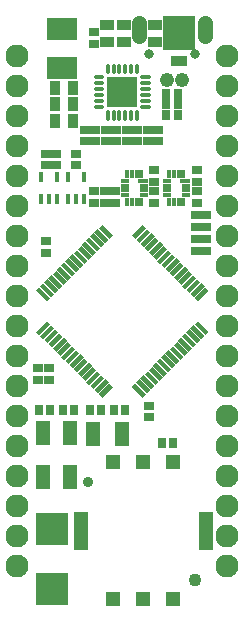
<source format=gbs>
G75*
%MOIN*%
%OFA0B0*%
%FSLAX25Y25*%
%IPPOS*%
%LPD*%
%AMOC8*
5,1,8,0,0,1.08239X$1,22.5*
%
%ADD10R,0.03200X0.02600*%
%ADD11C,0.03162*%
%ADD12C,0.05131*%
%ADD13C,0.07700*%
%ADD14R,0.04737X0.05131*%
%ADD15R,0.04737X0.12611*%
%ADD16C,0.03556*%
%ADD17C,0.04343*%
%ADD18R,0.10643X0.10839*%
%ADD19R,0.01772X0.03543*%
%ADD20R,0.02600X0.03200*%
%ADD21R,0.02953X0.01181*%
%ADD22R,0.01181X0.02953*%
%ADD23R,0.03346X0.01181*%
%ADD24R,0.05131X0.08280*%
%ADD25R,0.01575X0.05118*%
%ADD26C,0.01457*%
%ADD27R,0.10236X0.10236*%
%ADD28R,0.10800X0.11300*%
%ADD29R,0.05800X0.03800*%
%ADD30R,0.09855X0.07296*%
%ADD31R,0.04900X0.03600*%
%ADD32R,0.03600X0.04900*%
%ADD33C,0.04762*%
D10*
X0086663Y0069100D03*
X0086663Y0072900D03*
X0053163Y0081600D03*
X0049663Y0081600D03*
X0049663Y0085400D03*
X0053163Y0085400D03*
X0052363Y0123900D03*
X0052363Y0127700D03*
X0068263Y0140600D03*
X0071763Y0140600D03*
X0075263Y0140600D03*
X0075263Y0144400D03*
X0071763Y0144400D03*
X0068263Y0144400D03*
X0062163Y0153100D03*
X0055663Y0153100D03*
X0052163Y0153100D03*
X0052163Y0156900D03*
X0055663Y0156900D03*
X0062163Y0156900D03*
X0065163Y0161100D03*
X0068663Y0161100D03*
X0072163Y0161100D03*
X0075663Y0161100D03*
X0079163Y0161100D03*
X0082663Y0161100D03*
X0086163Y0161100D03*
X0089663Y0161100D03*
X0089663Y0164900D03*
X0086163Y0164900D03*
X0082663Y0164900D03*
X0079163Y0164900D03*
X0075663Y0164900D03*
X0072163Y0164900D03*
X0068663Y0164900D03*
X0065163Y0164900D03*
X0088163Y0151400D03*
X0088163Y0147600D03*
X0088163Y0144400D03*
X0088163Y0140600D03*
X0102663Y0140600D03*
X0102663Y0144400D03*
X0102663Y0147600D03*
X0102663Y0151400D03*
X0102163Y0136400D03*
X0105663Y0136400D03*
X0105663Y0132600D03*
X0102163Y0132600D03*
X0102163Y0128400D03*
X0105663Y0128400D03*
X0105663Y0124600D03*
X0102163Y0124600D03*
X0068163Y0193600D03*
X0068163Y0197400D03*
D11*
X0086486Y0190232D03*
X0101841Y0190232D03*
D12*
X0105089Y0196335D02*
X0105089Y0200665D01*
X0083238Y0200665D02*
X0083238Y0196335D01*
D13*
X0042663Y0019500D03*
X0042663Y0029500D03*
X0042663Y0039500D03*
X0042663Y0049500D03*
X0042663Y0059500D03*
X0042663Y0069500D03*
X0042663Y0079500D03*
X0042663Y0089500D03*
X0042663Y0099500D03*
X0042663Y0109500D03*
X0042663Y0119500D03*
X0042663Y0129500D03*
X0042663Y0139500D03*
X0042663Y0149500D03*
X0042663Y0159500D03*
X0042663Y0169500D03*
X0042663Y0179500D03*
X0042663Y0189500D03*
X0112663Y0189500D03*
X0112663Y0179500D03*
X0112663Y0169500D03*
X0112663Y0159500D03*
X0112663Y0149500D03*
X0112663Y0139500D03*
X0112663Y0129500D03*
X0112663Y0119500D03*
X0112663Y0109500D03*
X0112663Y0099500D03*
X0112663Y0089500D03*
X0112663Y0079500D03*
X0112663Y0069500D03*
X0112663Y0059500D03*
X0112663Y0049500D03*
X0112663Y0039500D03*
X0112663Y0029500D03*
X0112663Y0019500D03*
D14*
X0094663Y0008365D03*
X0084663Y0008365D03*
X0074663Y0008365D03*
X0074663Y0054035D03*
X0084663Y0054035D03*
X0094663Y0054035D03*
D15*
X0105530Y0031200D03*
X0063797Y0031200D03*
D16*
X0066356Y0047539D03*
D17*
X0101789Y0014861D03*
D18*
X0054163Y0011959D03*
X0054163Y0031841D03*
D19*
X0053163Y0141760D03*
X0050604Y0141760D03*
X0055723Y0141760D03*
X0059604Y0141760D03*
X0062163Y0141760D03*
X0064723Y0141760D03*
X0064723Y0149240D03*
X0059604Y0149240D03*
X0055723Y0149240D03*
X0050604Y0149240D03*
D20*
X0092263Y0170000D03*
X0092263Y0173500D03*
X0096063Y0173500D03*
X0096063Y0170000D03*
X0096063Y0177000D03*
X0092263Y0177000D03*
X0078563Y0071500D03*
X0074763Y0071500D03*
X0070563Y0071500D03*
X0066763Y0071500D03*
X0061563Y0071500D03*
X0057763Y0071500D03*
X0053563Y0071500D03*
X0049763Y0071500D03*
X0090763Y0060500D03*
X0094563Y0060500D03*
D21*
X0092593Y0143138D03*
X0092593Y0144713D03*
X0092593Y0146287D03*
X0092593Y0147862D03*
X0098734Y0146287D03*
X0098734Y0144713D03*
X0098734Y0143138D03*
X0084734Y0143138D03*
X0084734Y0144713D03*
X0084734Y0146287D03*
X0078593Y0146287D03*
X0078593Y0144713D03*
X0078593Y0143138D03*
X0078593Y0147862D03*
D22*
X0079301Y0150146D03*
X0080876Y0150146D03*
X0082451Y0150146D03*
X0084026Y0150146D03*
X0093301Y0150146D03*
X0094876Y0150146D03*
X0096451Y0150146D03*
X0098026Y0150146D03*
X0098026Y0140854D03*
X0096451Y0140854D03*
X0094876Y0140854D03*
X0093301Y0140854D03*
X0084026Y0140854D03*
X0082451Y0140854D03*
X0080876Y0140854D03*
X0079301Y0140854D03*
D23*
X0084537Y0147862D03*
X0098537Y0147862D03*
D24*
X0077585Y0063500D03*
X0067742Y0063500D03*
X0060191Y0063783D03*
X0051136Y0063783D03*
X0051136Y0049217D03*
X0060191Y0049217D03*
D25*
G36*
X0070844Y0075688D02*
X0069731Y0076801D01*
X0073348Y0080418D01*
X0074461Y0079305D01*
X0070844Y0075688D01*
G37*
G36*
X0069452Y0077080D02*
X0068339Y0078193D01*
X0071956Y0081810D01*
X0073069Y0080697D01*
X0069452Y0077080D01*
G37*
G36*
X0068060Y0078472D02*
X0066947Y0079585D01*
X0070564Y0083202D01*
X0071677Y0082089D01*
X0068060Y0078472D01*
G37*
G36*
X0066668Y0079864D02*
X0065555Y0080977D01*
X0069172Y0084594D01*
X0070285Y0083481D01*
X0066668Y0079864D01*
G37*
G36*
X0065276Y0081256D02*
X0064163Y0082369D01*
X0067780Y0085986D01*
X0068893Y0084873D01*
X0065276Y0081256D01*
G37*
G36*
X0063884Y0082648D02*
X0062771Y0083761D01*
X0066388Y0087378D01*
X0067501Y0086265D01*
X0063884Y0082648D01*
G37*
G36*
X0062492Y0084040D02*
X0061379Y0085153D01*
X0064996Y0088770D01*
X0066109Y0087657D01*
X0062492Y0084040D01*
G37*
G36*
X0061100Y0085432D02*
X0059987Y0086545D01*
X0063604Y0090162D01*
X0064717Y0089049D01*
X0061100Y0085432D01*
G37*
G36*
X0059708Y0086824D02*
X0058595Y0087937D01*
X0062212Y0091554D01*
X0063325Y0090441D01*
X0059708Y0086824D01*
G37*
G36*
X0058316Y0088216D02*
X0057203Y0089329D01*
X0060820Y0092946D01*
X0061933Y0091833D01*
X0058316Y0088216D01*
G37*
G36*
X0056924Y0089608D02*
X0055811Y0090721D01*
X0059428Y0094338D01*
X0060541Y0093225D01*
X0056924Y0089608D01*
G37*
G36*
X0055532Y0090999D02*
X0054419Y0092112D01*
X0058036Y0095729D01*
X0059149Y0094616D01*
X0055532Y0090999D01*
G37*
G36*
X0054140Y0092391D02*
X0053027Y0093504D01*
X0056644Y0097121D01*
X0057757Y0096008D01*
X0054140Y0092391D01*
G37*
G36*
X0052748Y0093783D02*
X0051635Y0094896D01*
X0055252Y0098513D01*
X0056365Y0097400D01*
X0052748Y0093783D01*
G37*
G36*
X0051357Y0095175D02*
X0050244Y0096288D01*
X0053861Y0099905D01*
X0054974Y0098792D01*
X0051357Y0095175D01*
G37*
G36*
X0049965Y0096567D02*
X0048852Y0097680D01*
X0052469Y0101297D01*
X0053582Y0100184D01*
X0049965Y0096567D01*
G37*
G36*
X0053582Y0108816D02*
X0052469Y0107703D01*
X0048852Y0111320D01*
X0049965Y0112433D01*
X0053582Y0108816D01*
G37*
G36*
X0054974Y0110208D02*
X0053861Y0109095D01*
X0050244Y0112712D01*
X0051357Y0113825D01*
X0054974Y0110208D01*
G37*
G36*
X0056365Y0111600D02*
X0055252Y0110487D01*
X0051635Y0114104D01*
X0052748Y0115217D01*
X0056365Y0111600D01*
G37*
G36*
X0057757Y0112992D02*
X0056644Y0111879D01*
X0053027Y0115496D01*
X0054140Y0116609D01*
X0057757Y0112992D01*
G37*
G36*
X0059149Y0114384D02*
X0058036Y0113271D01*
X0054419Y0116888D01*
X0055532Y0118001D01*
X0059149Y0114384D01*
G37*
G36*
X0060541Y0115775D02*
X0059428Y0114662D01*
X0055811Y0118279D01*
X0056924Y0119392D01*
X0060541Y0115775D01*
G37*
G36*
X0061933Y0117167D02*
X0060820Y0116054D01*
X0057203Y0119671D01*
X0058316Y0120784D01*
X0061933Y0117167D01*
G37*
G36*
X0063325Y0118559D02*
X0062212Y0117446D01*
X0058595Y0121063D01*
X0059708Y0122176D01*
X0063325Y0118559D01*
G37*
G36*
X0064717Y0119951D02*
X0063604Y0118838D01*
X0059987Y0122455D01*
X0061100Y0123568D01*
X0064717Y0119951D01*
G37*
G36*
X0066109Y0121343D02*
X0064996Y0120230D01*
X0061379Y0123847D01*
X0062492Y0124960D01*
X0066109Y0121343D01*
G37*
G36*
X0067501Y0122735D02*
X0066388Y0121622D01*
X0062771Y0125239D01*
X0063884Y0126352D01*
X0067501Y0122735D01*
G37*
G36*
X0068893Y0124127D02*
X0067780Y0123014D01*
X0064163Y0126631D01*
X0065276Y0127744D01*
X0068893Y0124127D01*
G37*
G36*
X0070285Y0125519D02*
X0069172Y0124406D01*
X0065555Y0128023D01*
X0066668Y0129136D01*
X0070285Y0125519D01*
G37*
G36*
X0071677Y0126911D02*
X0070564Y0125798D01*
X0066947Y0129415D01*
X0068060Y0130528D01*
X0071677Y0126911D01*
G37*
G36*
X0073069Y0128303D02*
X0071956Y0127190D01*
X0068339Y0130807D01*
X0069452Y0131920D01*
X0073069Y0128303D01*
G37*
G36*
X0074461Y0129695D02*
X0073348Y0128582D01*
X0069731Y0132199D01*
X0070844Y0133312D01*
X0074461Y0129695D01*
G37*
G36*
X0081979Y0128582D02*
X0080866Y0129695D01*
X0084483Y0133312D01*
X0085596Y0132199D01*
X0081979Y0128582D01*
G37*
G36*
X0083371Y0127190D02*
X0082258Y0128303D01*
X0085875Y0131920D01*
X0086988Y0130807D01*
X0083371Y0127190D01*
G37*
G36*
X0084763Y0125798D02*
X0083650Y0126911D01*
X0087267Y0130528D01*
X0088380Y0129415D01*
X0084763Y0125798D01*
G37*
G36*
X0086155Y0124406D02*
X0085042Y0125519D01*
X0088659Y0129136D01*
X0089772Y0128023D01*
X0086155Y0124406D01*
G37*
G36*
X0087547Y0123014D02*
X0086434Y0124127D01*
X0090051Y0127744D01*
X0091164Y0126631D01*
X0087547Y0123014D01*
G37*
G36*
X0088939Y0121622D02*
X0087826Y0122735D01*
X0091443Y0126352D01*
X0092556Y0125239D01*
X0088939Y0121622D01*
G37*
G36*
X0090331Y0120230D02*
X0089218Y0121343D01*
X0092835Y0124960D01*
X0093948Y0123847D01*
X0090331Y0120230D01*
G37*
G36*
X0091723Y0118838D02*
X0090610Y0119951D01*
X0094227Y0123568D01*
X0095340Y0122455D01*
X0091723Y0118838D01*
G37*
G36*
X0093115Y0117446D02*
X0092002Y0118559D01*
X0095619Y0122176D01*
X0096732Y0121063D01*
X0093115Y0117446D01*
G37*
G36*
X0094507Y0116054D02*
X0093394Y0117167D01*
X0097011Y0120784D01*
X0098124Y0119671D01*
X0094507Y0116054D01*
G37*
G36*
X0095899Y0114662D02*
X0094786Y0115775D01*
X0098403Y0119392D01*
X0099516Y0118279D01*
X0095899Y0114662D01*
G37*
G36*
X0097291Y0113271D02*
X0096178Y0114384D01*
X0099795Y0118001D01*
X0100908Y0116888D01*
X0097291Y0113271D01*
G37*
G36*
X0098683Y0111879D02*
X0097570Y0112992D01*
X0101187Y0116609D01*
X0102300Y0115496D01*
X0098683Y0111879D01*
G37*
G36*
X0100075Y0110487D02*
X0098962Y0111600D01*
X0102579Y0115217D01*
X0103692Y0114104D01*
X0100075Y0110487D01*
G37*
G36*
X0101466Y0109095D02*
X0100353Y0110208D01*
X0103970Y0113825D01*
X0105083Y0112712D01*
X0101466Y0109095D01*
G37*
G36*
X0102858Y0107703D02*
X0101745Y0108816D01*
X0105362Y0112433D01*
X0106475Y0111320D01*
X0102858Y0107703D01*
G37*
G36*
X0106475Y0097680D02*
X0105362Y0096567D01*
X0101745Y0100184D01*
X0102858Y0101297D01*
X0106475Y0097680D01*
G37*
G36*
X0105083Y0096288D02*
X0103970Y0095175D01*
X0100353Y0098792D01*
X0101466Y0099905D01*
X0105083Y0096288D01*
G37*
G36*
X0103692Y0094896D02*
X0102579Y0093783D01*
X0098962Y0097400D01*
X0100075Y0098513D01*
X0103692Y0094896D01*
G37*
G36*
X0102300Y0093504D02*
X0101187Y0092391D01*
X0097570Y0096008D01*
X0098683Y0097121D01*
X0102300Y0093504D01*
G37*
G36*
X0100908Y0092112D02*
X0099795Y0090999D01*
X0096178Y0094616D01*
X0097291Y0095729D01*
X0100908Y0092112D01*
G37*
G36*
X0099516Y0090721D02*
X0098403Y0089608D01*
X0094786Y0093225D01*
X0095899Y0094338D01*
X0099516Y0090721D01*
G37*
G36*
X0098124Y0089329D02*
X0097011Y0088216D01*
X0093394Y0091833D01*
X0094507Y0092946D01*
X0098124Y0089329D01*
G37*
G36*
X0096732Y0087937D02*
X0095619Y0086824D01*
X0092002Y0090441D01*
X0093115Y0091554D01*
X0096732Y0087937D01*
G37*
G36*
X0095340Y0086545D02*
X0094227Y0085432D01*
X0090610Y0089049D01*
X0091723Y0090162D01*
X0095340Y0086545D01*
G37*
G36*
X0093948Y0085153D02*
X0092835Y0084040D01*
X0089218Y0087657D01*
X0090331Y0088770D01*
X0093948Y0085153D01*
G37*
G36*
X0092556Y0083761D02*
X0091443Y0082648D01*
X0087826Y0086265D01*
X0088939Y0087378D01*
X0092556Y0083761D01*
G37*
G36*
X0091164Y0082369D02*
X0090051Y0081256D01*
X0086434Y0084873D01*
X0087547Y0085986D01*
X0091164Y0082369D01*
G37*
G36*
X0089772Y0080977D02*
X0088659Y0079864D01*
X0085042Y0083481D01*
X0086155Y0084594D01*
X0089772Y0080977D01*
G37*
G36*
X0088380Y0079585D02*
X0087267Y0078472D01*
X0083650Y0082089D01*
X0084763Y0083202D01*
X0088380Y0079585D01*
G37*
G36*
X0086988Y0078193D02*
X0085875Y0077080D01*
X0082258Y0080697D01*
X0083371Y0081810D01*
X0086988Y0078193D01*
G37*
G36*
X0085596Y0076801D02*
X0084483Y0075688D01*
X0080866Y0079305D01*
X0081979Y0080418D01*
X0085596Y0076801D01*
G37*
D26*
X0082585Y0168642D02*
X0082585Y0170807D01*
X0080616Y0170807D02*
X0080616Y0168642D01*
X0078648Y0168642D02*
X0078648Y0170807D01*
X0076679Y0170807D02*
X0076679Y0168642D01*
X0074711Y0168642D02*
X0074711Y0170807D01*
X0072742Y0170807D02*
X0072742Y0168642D01*
X0070971Y0172579D02*
X0068805Y0172579D01*
X0068805Y0174547D02*
X0070971Y0174547D01*
X0070971Y0176516D02*
X0068805Y0176516D01*
X0068805Y0178484D02*
X0070971Y0178484D01*
X0070971Y0180453D02*
X0068805Y0180453D01*
X0068805Y0182421D02*
X0070971Y0182421D01*
X0072742Y0184193D02*
X0072742Y0186358D01*
X0074711Y0186358D02*
X0074711Y0184193D01*
X0076679Y0184193D02*
X0076679Y0186358D01*
X0078648Y0186358D02*
X0078648Y0184193D01*
X0080616Y0184193D02*
X0080616Y0186358D01*
X0082585Y0186358D02*
X0082585Y0184193D01*
X0084356Y0182421D02*
X0086522Y0182421D01*
X0086522Y0180453D02*
X0084356Y0180453D01*
X0084356Y0178484D02*
X0086522Y0178484D01*
X0086522Y0176516D02*
X0084356Y0176516D01*
X0084356Y0174547D02*
X0086522Y0174547D01*
X0086522Y0172579D02*
X0084356Y0172579D01*
D27*
X0077663Y0177500D03*
D28*
X0096663Y0197100D03*
D29*
X0096663Y0187850D03*
D30*
X0057663Y0185504D03*
X0057663Y0198496D03*
D31*
X0072663Y0199950D03*
X0078163Y0199950D03*
X0088463Y0199950D03*
X0088463Y0194050D03*
X0078163Y0194050D03*
X0072663Y0194050D03*
D32*
X0061113Y0179000D03*
X0055213Y0179000D03*
X0055213Y0173500D03*
X0061113Y0173500D03*
X0061113Y0168000D03*
X0055213Y0168000D03*
D33*
X0092663Y0181500D03*
X0097663Y0181500D03*
M02*

</source>
